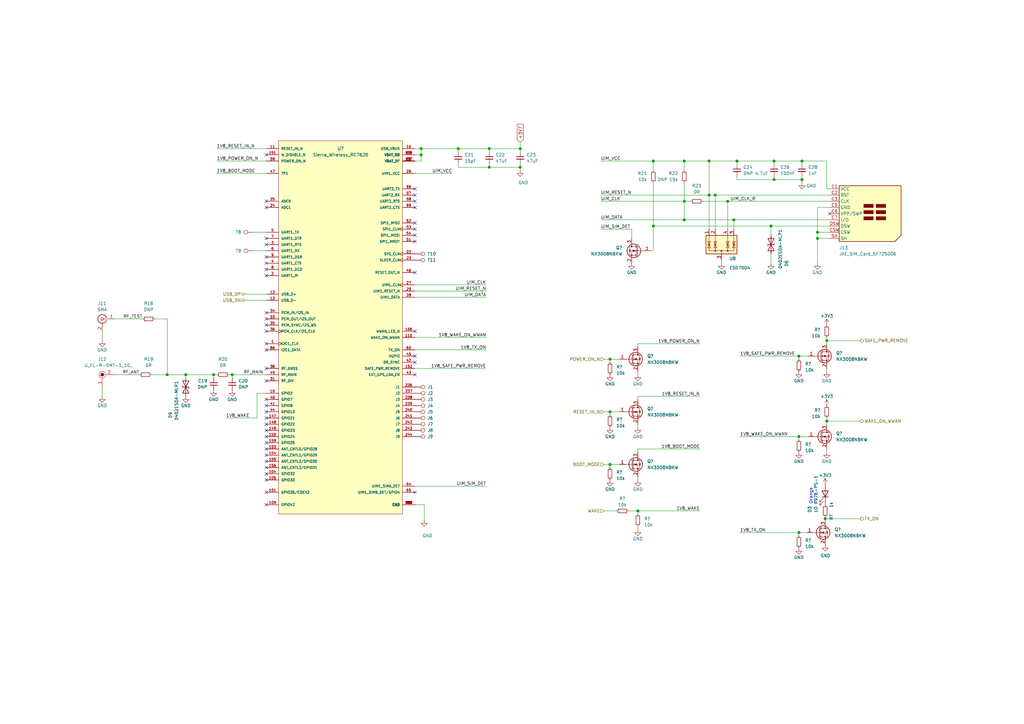
<source format=kicad_sch>
(kicad_sch (version 20210406) (generator eeschema)
  (paper "A3")
  (lib_symbols
    (symbol "Connector:Conn_Coaxial" (pin_names (offset 1.016) hide)
      (property "Reference" "J" (at 0.254 3.048 0))
      (property "Value" "Conn_Coaxial" (at 2.921 0 90))
      (symbol "Conn_Coaxial_1_1"
        (pin passive line (at -5.08 0 0) (length 2.54) (name "In") (number "1"))
        (pin passive line (at 0 -5.08 90) (length 2.54) (name "Ext") (number "2"))
      )
    )
    (symbol "Connector:JAE_SIM_Card_SF72S006"
      (property "Reference" "J" (at 5.08 12.7 0))
      (property "Value" "JAE_SIM_Card_SF72S006" (at 30.48 12.7 0))
      (symbol "JAE_SIM_Card_SF72S006_1_1"
        (pin power_in line (at 0 10.16 0) (length 3.81) (name "VCC") (number "C1"))
        (pin input line (at 0 7.62 0) (length 3.81) (name "RST") (number "C2"))
        (pin input line (at 0 5.08 0) (length 3.81) (name "CLK") (number "C3"))
        (pin power_in line (at 0 2.54 0) (length 3.81) (name "GND") (number "C5"))
        (pin bidirectional line (at 0 0 0) (length 3.81) (name "VPP/SWP") (number "C6"))
        (pin bidirectional line (at 0 -2.54 0) (length 3.81) (name "I/O") (number "C7"))
        (pin passive line (at 0 -7.62 0) (length 3.81) (name "CSW") (number "CSW"))
        (pin passive line (at 0 -5.08 0) (length 3.81) (name "DSW") (number "DSW"))
        (pin passive line (at 0 -10.16 0) (length 3.81) (name "SH") (number "SH"))
      )
    )
    (symbol "Connector:TestPoint" (pin_numbers hide) (pin_names (offset 0.762) hide)
      (property "Reference" "TP" (at 0 6.858 0))
      (property "Value" "TestPoint" (at 0 5.08 0))
      (symbol "TestPoint_1_1"
        (pin passive line (at 0 0 90) (length 2.54) (name "1") (number "1"))
      )
    )
    (symbol "Device:C_Small" (pin_numbers hide) (pin_names (offset 0.254) hide)
      (property "Reference" "C" (at 0.254 1.778 0))
      (property "Value" "C_Small" (at 0.254 -2.032 0))
      (symbol "C_Small_1_1"
        (pin passive line (at 0 2.54 270) (length 2.032) (name "~") (number "1"))
        (pin passive line (at 0 -2.54 90) (length 2.032) (name "~") (number "2"))
      )
    )
    (symbol "Device:D_TVS" (pin_numbers hide) (pin_names (offset 1.016) hide)
      (property "Reference" "D" (at 0 2.54 0))
      (property "Value" "D_TVS" (at 0 -2.54 0))
      (symbol "D_TVS_1_1"
        (pin passive line (at -3.81 0 0) (length 2.54) (name "A1") (number "1"))
        (pin passive line (at 3.81 0 180) (length 2.54) (name "A2") (number "2"))
      )
    )
    (symbol "Device:LED" (pin_numbers hide) (pin_names (offset 1.016) hide)
      (property "Reference" "D" (at 0 2.54 0))
      (property "Value" "LED" (at 0 -2.54 0))
      (symbol "LED_1_1"
        (pin passive line (at -3.81 0 0) (length 2.54) (name "K") (number "1"))
        (pin passive line (at 3.81 0 180) (length 2.54) (name "A") (number "2"))
      )
    )
    (symbol "Device:Q_NMOS_GSD" (pin_names (offset 0) hide)
      (property "Reference" "Q" (at 5.08 1.27 0))
      (property "Value" "Q_NMOS_GSD" (at 5.08 -1.27 0))
      (symbol "Q_NMOS_GSD_1_1"
        (pin input line (at -5.08 0 0) (length 2.54) (name "G") (number "1"))
        (pin passive line (at 2.54 -5.08 90) (length 2.54) (name "S") (number "2"))
        (pin passive line (at 2.54 5.08 270) (length 2.54) (name "D") (number "3"))
      )
    )
    (symbol "Device:R_Small" (pin_numbers hide) (pin_names (offset 0.254) hide)
      (property "Reference" "R" (at 0.762 0.508 0))
      (property "Value" "R_Small" (at 0.762 -1.016 0))
      (symbol "R_Small_1_1"
        (pin passive line (at 0 2.54 270) (length 0.762) (name "~") (number "1"))
        (pin passive line (at 0 -2.54 90) (length 0.762) (name "~") (number "2"))
      )
    )
    (symbol "Power_Protection:TPD4E02B04DQA" (pin_names hide)
      (property "Reference" "U" (at 7.62 3.81 0))
      (property "Value" "TPD4E02B04DQA" (at 7.62 1.905 0))
      (symbol "TPD4E02B04DQA_0_0"
        (pin passive line (at 0 -5.08 90) (length 2.54) (name "G") (number "3"))
      )
      (symbol "TPD4E02B04DQA_1_1"
        (pin passive line (at -5.08 7.62 270) (length 2.54) (name "IO1") (number "1"))
        (pin no_connect line (at -5.08 -2.54 90) (length 2.54) hide (name "NC") (number "10"))
        (pin passive line (at -2.54 7.62 270) (length 2.54) (name "IO2") (number "2"))
        (pin passive line (at 2.54 7.62 270) (length 2.54) (name "IO3") (number "4"))
        (pin passive line (at 5.08 7.62 270) (length 2.54) (name "IO4") (number "5"))
        (pin no_connect line (at 5.08 -2.54 90) (length 2.54) hide (name "NC") (number "6"))
        (pin no_connect line (at 2.54 -2.54 90) (length 2.54) hide (name "NC") (number "7"))
        (pin passive line (at 0 -5.08 90) (length 2.54) hide (name "G") (number "8"))
        (pin no_connect line (at -2.54 -2.54 90) (length 2.54) hide (name "NC") (number "9"))
      )
    )
    (symbol "dk_Coaxial-Connectors-RF:U_FL-R-SMT-1_10_" (pin_names (offset 1.016))
      (property "Reference" "J" (at -1.27 1.27 0))
      (property "Value" "U_FL-R-SMT-1_10_" (at 1.27 -2.54 0))
      (symbol "U_FL-R-SMT-1_10__1_1"
        (pin passive line (at 0 -5.08 90) (length 3.683) (name "~") (number "1"))
        (pin passive line (at 5.08 0 180) (length 4.445) (name "~") (number "2"))
      )
    )
    (symbol "j_RF_Module:Sierra_Wireless_RC7620" (pin_names (offset 1.016))
      (property "Reference" "U" (at -25.4508 86.5378 0))
      (property "Value" "Sierra_Wireless_RC7620" (at -24.765 -69.85 0))
      (symbol "Sierra_Wireless_RC7620_0_0"
        (pin bidirectional clock (at -30.48 2.54 0) (length 5.08) (name "I2C1_CLK") (number "1"))
        (pin bidirectional line (at -30.48 -17.78 0) (length 5.08) (name "GPIO2") (number "10"))
        (pin bidirectional line (at -30.48 -58.42 0) (length 5.08) (name "GPIO35/COEX2") (number "101"))
        (pin bidirectional line (at -30.48 -50.8 0) (length 5.08) (name "GPIO32") (number "104"))
        (pin bidirectional line (at -30.48 -53.34 0) (length 5.08) (name "GPIO33") (number "105"))
        (pin output line (at 30.48 7.62 180) (length 5.08) (name "WWAN_LED_N") (number "106"))
        (pin bidirectional line (at -30.48 -63.5 0) (length 5.08) (name "GPIO42") (number "109"))
        (pin input line (at -30.48 82.55 0) (length 5.08) (name "RESET_IN_N") (number "11"))
        (pin output line (at 30.48 5.08 180) (length 5.08) (name "WAKE_ON_WWAN") (number "110"))
        (pin power_in line (at 30.48 -63.5 180) (length 5.08) (name "GND") (number "111"))
        (pin power_in line (at 30.48 -63.5 180) (length 5.08) (name "GND") (number "113"))
        (pin bidirectional line (at -30.48 20.32 0) (length 5.08) (name "USB_D-") (number "12"))
        (pin power_in line (at 30.48 -63.5 180) (length 5.08) (name "GND") (number "125"))
        (pin power_in line (at 30.48 -63.5 180) (length 5.08) (name "GND") (number "128"))
        (pin bidirectional line (at -30.48 22.86 0) (length 5.08) (name "USB_D+") (number "13"))
        (pin power_in line (at 30.48 -63.5 180) (length 5.08) (name "GND") (number "136"))
        (pin power_in line (at 30.48 -63.5 180) (length 5.08) (name "GND") (number "139"))
        (pin bidirectional line (at -30.48 -27.94 0) (length 5.08) (name "GPIO21") (number "147"))
        (pin bidirectional line (at -30.48 -30.48 0) (length 5.08) (name "GPIO22") (number "148"))
        (pin bidirectional line (at -30.48 -33.02 0) (length 5.08) (name "GPIO23") (number "149"))
        (pin bidirectional line (at -30.48 -35.56 0) (length 5.08) (name "GPIO24") (number "150"))
        (pin input line (at -30.48 80.01 0) (length 5.08) (name "W_DISABLE_N") (number "151"))
        (pin output line (at 30.48 -7.62 180) (length 5.08) (name "SAFE_PWR_REMOVE") (number "152"))
        (pin bidirectional line (at -30.48 -40.64 0) (length 5.08) (name "ANT_CNTL0/GPIO28") (number "153"))
        (pin bidirectional line (at -30.48 -43.18 0) (length 5.08) (name "ANT_CNTL1/GPIO29") (number "154"))
        (pin bidirectional line (at -30.48 -45.72 0) (length 5.08) (name "ANT_CNTL2/GPIO30") (number "155"))
        (pin bidirectional line (at -30.48 -48.26 0) (length 5.08) (name "ANT_CNTL3/GPIO31") (number "156"))
        (pin power_in line (at 30.48 77.47 180) (length 5.08) (name "VBAT_RF") (number "157"))
        (pin power_in line (at 30.48 80.01 180) (length 5.08) (name "VBAT_BB") (number "158"))
        (pin bidirectional line (at -30.48 -38.1 0) (length 5.08) (name "GPIO25") (number "159"))
        (pin power_in line (at 30.48 82.55 180) (length 5.08) (name "USB_VBUS") (number "16"))
        (pin power_in line (at 30.48 -63.5 180) (length 5.08) (name "GND") (number "167"))
        (pin power_in line (at 30.48 -63.5 180) (length 5.08) (name "GND") (number "168"))
        (pin power_in line (at 30.48 -63.5 180) (length 5.08) (name "GND") (number "169"))
        (pin power_in line (at 30.48 -63.5 180) (length 5.08) (name "GND") (number "170"))
        (pin power_in line (at 30.48 -63.5 180) (length 5.08) (name "GND") (number "171"))
        (pin power_in line (at 30.48 -63.5 180) (length 5.08) (name "GND") (number "172"))
        (pin power_in line (at 30.48 -63.5 180) (length 5.08) (name "GND") (number "173"))
        (pin power_in line (at 30.48 -63.5 180) (length 5.08) (name "GND") (number "174"))
        (pin power_in line (at 30.48 -63.5 180) (length 5.08) (name "GND") (number "175"))
        (pin power_in line (at 30.48 -63.5 180) (length 5.08) (name "GND") (number "176"))
        (pin power_in line (at 30.48 -63.5 180) (length 5.08) (name "GND") (number "177"))
        (pin power_in line (at 30.48 -63.5 180) (length 5.08) (name "GND") (number "178"))
        (pin power_in line (at 30.48 -63.5 180) (length 5.08) (name "GND") (number "179"))
        (pin power_in line (at 30.48 -63.5 180) (length 5.08) (name "GND") (number "180"))
        (pin power_in line (at 30.48 -63.5 180) (length 5.08) (name "GND") (number "181"))
        (pin power_in line (at 30.48 -63.5 180) (length 5.08) (name "GND") (number "182"))
        (pin power_in line (at 30.48 -63.5 180) (length 5.08) (name "GND") (number "183"))
        (pin power_in line (at 30.48 -63.5 180) (length 5.08) (name "GND") (number "184"))
        (pin power_in line (at 30.48 -63.5 180) (length 5.08) (name "GND") (number "185"))
        (pin power_in line (at 30.48 -63.5 180) (length 5.08) (name "GND") (number "186"))
        (pin power_in line (at 30.48 -63.5 180) (length 5.08) (name "GND") (number "187"))
        (pin power_in line (at 30.48 -63.5 180) (length 5.08) (name "GND") (number "188"))
        (pin power_in line (at 30.48 -63.5 180) (length 5.08) (name "GND") (number "189"))
        (pin power_in line (at 30.48 -63.5 180) (length 5.08) (name "GND") (number "190"))
        (pin power_in line (at 30.48 -63.5 180) (length 5.08) (name "GND") (number "191"))
        (pin power_in line (at 30.48 -63.5 180) (length 5.08) (name "GND") (number "192"))
        (pin power_in line (at 30.48 -63.5 180) (length 5.08) (name "GND") (number "193"))
        (pin power_in line (at 30.48 -63.5 180) (length 5.08) (name "GND") (number "194"))
        (pin power_in line (at 30.48 -63.5 180) (length 5.08) (name "GND") (number "195"))
        (pin power_in line (at 30.48 -63.5 180) (length 5.08) (name "GND") (number "196"))
        (pin power_in line (at 30.48 -63.5 180) (length 5.08) (name "GND") (number "197"))
        (pin power_in line (at 30.48 -63.5 180) (length 5.08) (name "GND") (number "198"))
        (pin power_in line (at 30.48 -63.5 180) (length 5.08) (name "GND") (number "199"))
        (pin output line (at -30.48 30.48 0) (length 5.08) (name "UART1_RI") (number "2"))
        (pin power_in line (at 30.48 -63.5 180) (length 5.08) (name "GND") (number "200"))
        (pin power_in line (at 30.48 -63.5 180) (length 5.08) (name "GND") (number "201"))
        (pin power_in line (at 30.48 -63.5 180) (length 5.08) (name "GND") (number "202"))
        (pin power_in line (at 30.48 -63.5 180) (length 5.08) (name "GND") (number "203"))
        (pin power_in line (at 30.48 -63.5 180) (length 5.08) (name "GND") (number "204"))
        (pin power_in line (at 30.48 -63.5 180) (length 5.08) (name "GND") (number "205"))
        (pin power_in line (at 30.48 -63.5 180) (length 5.08) (name "GND") (number "206"))
        (pin power_in line (at 30.48 -63.5 180) (length 5.08) (name "GND") (number "207"))
        (pin power_in line (at 30.48 -63.5 180) (length 5.08) (name "GND") (number "208"))
        (pin power_in line (at 30.48 -63.5 180) (length 5.08) (name "GND") (number "209"))
        (pin power_in line (at 30.48 -63.5 180) (length 5.08) (name "GND") (number "210"))
        (pin power_in line (at 30.48 -63.5 180) (length 5.08) (name "GND") (number "211"))
        (pin power_in line (at 30.48 -63.5 180) (length 5.08) (name "GND") (number "212"))
        (pin power_in line (at 30.48 -63.5 180) (length 5.08) (name "GND") (number "213"))
        (pin power_in line (at 30.48 -63.5 180) (length 5.08) (name "GND") (number "214"))
        (pin power_in line (at 30.48 -63.5 180) (length 5.08) (name "GND") (number "215"))
        (pin power_in line (at 30.48 -63.5 180) (length 5.08) (name "GND") (number "216"))
        (pin power_in line (at 30.48 -63.5 180) (length 5.08) (name "GND") (number "217"))
        (pin power_in line (at 30.48 -63.5 180) (length 5.08) (name "GND") (number "218"))
        (pin power_in line (at 30.48 -63.5 180) (length 5.08) (name "GND") (number "219"))
        (pin output clock (at 30.48 39.37 180) (length 5.08) (name "SYS_CLK") (number "22"))
        (pin power_in line (at 30.48 -63.5 180) (length 5.08) (name "GND") (number "220"))
        (pin power_in line (at 30.48 -63.5 180) (length 5.08) (name "GND") (number "221"))
        (pin power_in line (at 30.48 -63.5 180) (length 5.08) (name "GND") (number "222"))
        (pin power_in line (at 30.48 -63.5 180) (length 5.08) (name "GND") (number "223"))
        (pin power_in line (at 30.48 -63.5 180) (length 5.08) (name "GND") (number "224"))
        (pin power_in line (at 30.48 -63.5 180) (length 5.08) (name "GND") (number "225"))
        (pin power_in line (at 30.48 -63.5 180) (length 5.08) (name "GND") (number "226"))
        (pin power_in line (at 30.48 -63.5 180) (length 5.08) (name "GND") (number "227"))
        (pin power_in line (at 30.48 -63.5 180) (length 5.08) (name "GND") (number "228"))
        (pin power_in line (at 30.48 -63.5 180) (length 5.08) (name "GND") (number "229"))
        (pin output clock (at 30.48 36.83 180) (length 5.08) (name "SLEEP_CLK") (number "23"))
        (pin power_in line (at 30.48 -63.5 180) (length 5.08) (name "GND") (number "230"))
        (pin power_in line (at 30.48 -63.5 180) (length 5.08) (name "GND") (number "231"))
        (pin power_in line (at 30.48 -63.5 180) (length 5.08) (name "GND") (number "232"))
        (pin power_in line (at 30.48 -63.5 180) (length 5.08) (name "GND") (number "233"))
        (pin power_in line (at 30.48 -63.5 180) (length 5.08) (name "GND") (number "234"))
        (pin bidirectional line (at 30.48 -15.24 180) (length 5.08) (name "J1") (number "236"))
        (pin bidirectional line (at 30.48 -17.78 180) (length 5.08) (name "J2") (number "237"))
        (pin bidirectional line (at 30.48 -20.32 180) (length 5.08) (name "J3") (number "238"))
        (pin bidirectional line (at 30.48 -22.86 180) (length 5.08) (name "J4") (number "239"))
        (pin input line (at -30.48 58.42 0) (length 5.08) (name "ADC1") (number "24"))
        (pin bidirectional line (at 30.48 -25.4 180) (length 5.08) (name "J5") (number "240"))
        (pin bidirectional line (at 30.48 -27.94 180) (length 5.08) (name "J6") (number "241"))
        (pin bidirectional line (at 30.48 -30.48 180) (length 5.08) (name "J7") (number "242"))
        (pin bidirectional line (at 30.48 -33.02 180) (length 5.08) (name "J8") (number "243"))
        (pin bidirectional line (at 30.48 -35.56 180) (length 5.08) (name "J9") (number "244"))
        (pin input line (at -30.48 60.96 0) (length 5.08) (name "ADC0") (number "25"))
        (pin power_out line (at 30.48 72.39 180) (length 5.08) (name "UIM1_VCC") (number "26"))
        (pin output clock (at 30.48 26.67 180) (length 5.08) (name "UIM1_CLK") (number "27"))
        (pin bidirectional line (at 30.48 21.59 180) (length 5.08) (name "UIM1_DATA") (number "28"))
        (pin output line (at 30.48 24.13 180) (length 5.08) (name "UIM1_RESET_N") (number "29"))
        (pin input line (at -30.48 43.18 0) (length 5.08) (name "UART1_RTS") (number "3"))
        (pin power_in line (at 30.48 -63.5 180) (length 5.08) (name "GND") (number "30"))
        (pin bidirectional line (at -30.48 -12.7 0) (length 5.08) (name "RF_DIV") (number "31"))
        (pin power_in line (at 30.48 -63.5 180) (length 5.08) (name "GND") (number "32"))
        (pin output line (at -30.48 12.7 0) (length 5.08) (name "PCM_OUT/I2S_OUT") (number "33"))
        (pin input line (at -30.48 15.24 0) (length 5.08) (name "PCM_IN/I2S_IN") (number "34"))
        (pin bidirectional line (at -30.48 10.16 0) (length 5.08) (name "PCM_SYNC/I2S_WS") (number "35"))
        (pin bidirectional clock (at -30.48 7.62 0) (length 5.08) (name "PCM_CLK/I2S_CLK") (number "36"))
        (pin power_in line (at 30.48 -63.5 180) (length 5.08) (name "GND") (number "37"))
        (pin input line (at -30.48 -7.62 0) (length 5.08) (name "RF_GNSS") (number "38"))
        (pin power_in line (at 30.48 -63.5 180) (length 5.08) (name "GND") (number "39"))
        (pin output line (at -30.48 35.56 0) (length 5.08) (name "UART1_CTS") (number "4"))
        (pin bidirectional line (at -30.48 -20.32 0) (length 5.08) (name "GPIO7") (number "40"))
        (pin bidirectional line (at -30.48 -22.86 0) (length 5.08) (name "GPIO8") (number "41"))
        (pin output line (at 30.48 -5.08 180) (length 5.08) (name "DR_SYNC") (number "42"))
        (pin bidirectional line (at -30.48 -25.4 0) (length 5.08) (name "GPIO13") (number "44"))
        (pin output line (at 30.48 -2.54 180) (length 5.08) (name "VGPIO") (number "45"))
        (pin output line (at 30.48 31.75 180) (length 5.08) (name "RESET_OUT_N") (number "46"))
        (pin input line (at -30.48 72.39 0) (length 5.08) (name "TP1") (number "47"))
        (pin power_in line (at 30.48 -63.5 180) (length 5.08) (name "GND") (number "48"))
        (pin bidirectional line (at -30.48 -10.16 0) (length 5.08) (name "RF_MAIN") (number "49"))
        (pin input line (at -30.48 48.26 0) (length 5.08) (name "UART1_TX") (number "5"))
        (pin power_in line (at 30.48 -63.5 180) (length 5.08) (name "GND") (number "50"))
        (pin output line (at 30.48 44.45 180) (length 5.08) (name "SPI1_MRDY") (number "51"))
        (pin input line (at 30.48 52.07 180) (length 5.08) (name "SPI1_MISO") (number "52"))
        (pin output clock (at 30.48 49.53 180) (length 5.08) (name "SPI1_CLK") (number "53"))
        (pin output line (at 30.48 46.99 180) (length 5.08) (name "SPI1_MOSI") (number "54"))
        (pin input line (at -30.48 77.47 0) (length 5.08) (name "POWER_ON_N") (number "59"))
        (pin output line (at -30.48 40.64 0) (length 5.08) (name "UART1_RX") (number "6"))
        (pin output line (at 30.48 0 180) (length 5.08) (name "TX_ON") (number "60"))
        (pin power_in line (at 30.48 77.47 180) (length 5.08) (name "VBAT_RF") (number "61"))
        (pin power_in line (at 30.48 77.47 180) (length 5.08) (name "VBAT_RF") (number "62"))
        (pin power_in line (at 30.48 80.01 180) (length 5.08) (name "VBAT_BB") (number "63"))
        (pin input line (at 30.48 -55.88 180) (length 5.08) (name "UIM1_SIMA_DET") (number "64"))
        (pin bidirectional line (at 30.48 -58.42 180) (length 5.08) (name "UIM1_SIMB_DET/GPIO4") (number "65"))
        (pin bidirectional line (at -30.48 0 0) (length 5.08) (name "I2C1_DATA") (number "66"))
        (pin power_in line (at 30.48 -63.5 180) (length 5.08) (name "GND") (number "67"))
        (pin power_in line (at 30.48 -63.5 180) (length 5.08) (name "GND") (number "68"))
        (pin power_in line (at 30.48 -63.5 180) (length 5.08) (name "GND") (number "69"))
        (pin input line (at -30.48 45.72 0) (length 5.08) (name "UART1_DTR") (number "7"))
        (pin power_in line (at 30.48 -63.5 180) (length 5.08) (name "GND") (number "70"))
        (pin output line (at -30.48 33.02 0) (length 5.08) (name "UART1_DCD") (number "8"))
        (pin output line (at -30.48 38.1 0) (length 5.08) (name "UART1_DSR") (number "9"))
        (pin input line (at 30.48 66.04 180) (length 5.08) (name "UART2_TX") (number "96"))
        (pin output line (at 30.48 63.5 180) (length 5.08) (name "UART2_RX") (number "97"))
        (pin input line (at 30.48 60.96 180) (length 5.08) (name "UART2_RTS") (number "98"))
        (pin output line (at 30.48 58.42 180) (length 5.08) (name "UART2_CTS") (number "99"))
      )
      (symbol "Sierra_Wireless_RC7620_1_1"
        (pin output line (at 30.48 -10.16 180) (length 5.08) (name "EXT_GPS_LNA_EN") (number "43"))
      )
    )
    (symbol "power:+3V3" (power) (pin_names (offset 0))
      (property "Value" "+3V3" (at 0 3.556 0))
      (symbol "+3V3_1_1"
        (pin power_in line (at 0 0 90) (length 0) hide (name "+3V3") (number "1"))
      )
    )
    (symbol "power:GND" (power) (pin_names (offset 0))
      (property "Value" "GND" (at 0 -3.81 0))
      (symbol "GND_1_1"
        (pin power_in line (at 0 0 270) (length 0) hide (name "GND") (number "1"))
      )
    )
  )
  (junction (at 68.58 153.67) (diameter 1.016))
  (junction (at 76.2 153.67) (diameter 1.016))
  (junction (at 87.63 153.67) (diameter 1.016))
  (junction (at 95.25 153.67) (diameter 1.016))
  (junction (at 172.72 60.96) (diameter 1.016))
  (junction (at 172.72 63.5) (diameter 1.016))
  (junction (at 187.96 60.96) (diameter 1.016))
  (junction (at 200.66 60.96) (diameter 1.016))
  (junction (at 200.66 68.58) (diameter 1.016))
  (junction (at 213.36 60.96) (diameter 1.016))
  (junction (at 213.36 68.58) (diameter 1.016))
  (junction (at 250.19 147.32) (diameter 1.016))
  (junction (at 250.19 168.91) (diameter 1.016))
  (junction (at 250.19 190.5) (diameter 1.016))
  (junction (at 261.62 209.55) (diameter 1.016))
  (junction (at 267.97 66.04) (diameter 1.016))
  (junction (at 267.97 92.71) (diameter 1.016))
  (junction (at 280.67 66.04) (diameter 1.016))
  (junction (at 280.67 82.55) (diameter 1.016))
  (junction (at 280.67 90.17) (diameter 1.016))
  (junction (at 290.83 66.04) (diameter 1.016))
  (junction (at 290.83 80.01) (diameter 1.016))
  (junction (at 293.37 80.01) (diameter 1.016))
  (junction (at 298.45 82.55) (diameter 1.016))
  (junction (at 300.99 90.17) (diameter 1.016))
  (junction (at 302.26 66.04) (diameter 1.016))
  (junction (at 316.23 92.71) (diameter 1.016))
  (junction (at 317.5 66.04) (diameter 1.016))
  (junction (at 317.5 73.66) (diameter 1.016))
  (junction (at 327.66 146.05) (diameter 1.016))
  (junction (at 327.66 179.07) (diameter 1.016))
  (junction (at 327.66 218.44) (diameter 1.016))
  (junction (at 328.93 66.04) (diameter 1.016))
  (junction (at 328.93 73.66) (diameter 1.016))
  (junction (at 335.28 95.25) (diameter 1.016))
  (junction (at 335.28 97.79) (diameter 1.016))
  (junction (at 338.455 212.725) (diameter 1.016))
  (junction (at 339.09 139.7) (diameter 1.016))
  (junction (at 339.09 172.72) (diameter 1.016))
  (no_connect (at 109.22 63.5))
  (no_connect (at 109.22 82.55))
  (no_connect (at 109.22 85.09))
  (no_connect (at 109.22 97.79))
  (no_connect (at 109.22 100.33))
  (no_connect (at 109.22 105.41))
  (no_connect (at 109.22 107.95))
  (no_connect (at 109.22 110.49))
  (no_connect (at 109.22 113.03))
  (no_connect (at 109.22 128.27))
  (no_connect (at 109.22 130.81))
  (no_connect (at 109.22 133.35))
  (no_connect (at 109.22 135.89))
  (no_connect (at 109.22 140.97))
  (no_connect (at 109.22 143.51))
  (no_connect (at 109.22 151.13))
  (no_connect (at 109.22 156.21))
  (no_connect (at 109.22 163.83))
  (no_connect (at 109.22 166.37))
  (no_connect (at 109.22 168.91))
  (no_connect (at 109.22 171.45))
  (no_connect (at 109.22 173.99))
  (no_connect (at 109.22 176.53))
  (no_connect (at 109.22 179.07))
  (no_connect (at 109.22 181.61))
  (no_connect (at 109.22 184.15))
  (no_connect (at 109.22 186.69))
  (no_connect (at 109.22 189.23))
  (no_connect (at 109.22 191.77))
  (no_connect (at 109.22 194.31))
  (no_connect (at 109.22 196.85))
  (no_connect (at 109.22 201.93))
  (no_connect (at 109.22 207.01))
  (no_connect (at 170.18 77.47))
  (no_connect (at 170.18 80.01))
  (no_connect (at 170.18 82.55))
  (no_connect (at 170.18 85.09))
  (no_connect (at 170.18 91.44))
  (no_connect (at 170.18 93.98))
  (no_connect (at 170.18 96.52))
  (no_connect (at 170.18 99.06))
  (no_connect (at 170.18 111.76))
  (no_connect (at 170.18 135.89))
  (no_connect (at 170.18 146.05))
  (no_connect (at 170.18 148.59))
  (no_connect (at 170.18 153.67))
  (no_connect (at 170.18 201.93))
  (no_connect (at 340.36 87.63))
  (wire (pts (xy 41.91 135.89) (xy 41.91 139.7)))
  (wire (pts (xy 41.91 158.75) (xy 41.91 162.56)))
  (wire (pts (xy 46.99 130.81) (xy 58.42 130.81)))
  (wire (pts (xy 46.99 153.67) (xy 57.15 153.67)))
  (wire (pts (xy 62.23 153.67) (xy 68.58 153.67)))
  (wire (pts (xy 68.58 130.81) (xy 63.5 130.81)))
  (wire (pts (xy 68.58 153.67) (xy 68.58 130.81)))
  (wire (pts (xy 68.58 153.67) (xy 76.2 153.67)))
  (wire (pts (xy 76.2 153.67) (xy 76.2 154.94)))
  (wire (pts (xy 76.2 153.67) (xy 87.63 153.67)))
  (wire (pts (xy 87.63 153.67) (xy 87.63 154.94)))
  (wire (pts (xy 87.63 153.67) (xy 88.9 153.67)))
  (wire (pts (xy 88.9 60.96) (xy 109.22 60.96)))
  (wire (pts (xy 88.9 66.04) (xy 109.22 66.04)))
  (wire (pts (xy 88.9 71.12) (xy 109.22 71.12)))
  (wire (pts (xy 92.71 171.45) (xy 105.41 171.45)))
  (wire (pts (xy 93.98 153.67) (xy 95.25 153.67)))
  (wire (pts (xy 95.25 153.67) (xy 95.25 154.94)))
  (wire (pts (xy 95.25 153.67) (xy 109.22 153.67)))
  (wire (pts (xy 100.33 120.65) (xy 109.22 120.65)))
  (wire (pts (xy 100.33 123.19) (xy 109.22 123.19)))
  (wire (pts (xy 104.14 102.87) (xy 109.22 102.87)))
  (wire (pts (xy 105.41 161.29) (xy 109.22 161.29)))
  (wire (pts (xy 105.41 171.45) (xy 105.41 161.29)))
  (wire (pts (xy 109.22 95.25) (xy 104.14 95.25)))
  (wire (pts (xy 170.18 60.96) (xy 172.72 60.96)))
  (wire (pts (xy 170.18 66.04) (xy 172.72 66.04)))
  (wire (pts (xy 170.18 71.12) (xy 185.42 71.12)))
  (wire (pts (xy 170.18 116.84) (xy 199.39 116.84)))
  (wire (pts (xy 170.18 119.38) (xy 199.39 119.38)))
  (wire (pts (xy 170.18 121.92) (xy 199.39 121.92)))
  (wire (pts (xy 170.18 138.43) (xy 199.39 138.43)))
  (wire (pts (xy 170.18 143.51) (xy 199.39 143.51)))
  (wire (pts (xy 170.18 151.13) (xy 199.39 151.13)))
  (wire (pts (xy 170.18 199.39) (xy 199.39 199.39)))
  (wire (pts (xy 170.18 207.01) (xy 173.99 207.01)))
  (wire (pts (xy 172.72 60.96) (xy 172.72 63.5)))
  (wire (pts (xy 172.72 60.96) (xy 187.96 60.96)))
  (wire (pts (xy 172.72 63.5) (xy 170.18 63.5)))
  (wire (pts (xy 172.72 63.5) (xy 172.72 66.04)))
  (wire (pts (xy 173.99 207.01) (xy 173.99 213.36)))
  (wire (pts (xy 187.96 60.96) (xy 187.96 62.23)))
  (wire (pts (xy 187.96 60.96) (xy 200.66 60.96)))
  (wire (pts (xy 187.96 68.58) (xy 187.96 67.31)))
  (wire (pts (xy 200.66 60.96) (xy 200.66 62.23)))
  (wire (pts (xy 200.66 60.96) (xy 213.36 60.96)))
  (wire (pts (xy 200.66 67.31) (xy 200.66 68.58)))
  (wire (pts (xy 200.66 68.58) (xy 187.96 68.58)))
  (wire (pts (xy 200.66 68.58) (xy 213.36 68.58)))
  (wire (pts (xy 213.36 58.42) (xy 213.36 60.96)))
  (wire (pts (xy 213.36 62.23) (xy 213.36 60.96)))
  (wire (pts (xy 213.36 68.58) (xy 213.36 67.31)))
  (wire (pts (xy 213.36 68.58) (xy 213.36 69.85)))
  (wire (pts (xy 246.38 66.04) (xy 267.97 66.04)))
  (wire (pts (xy 246.38 80.01) (xy 290.83 80.01)))
  (wire (pts (xy 246.38 82.55) (xy 280.67 82.55)))
  (wire (pts (xy 246.38 90.17) (xy 280.67 90.17)))
  (wire (pts (xy 246.38 93.98) (xy 259.08 93.98)))
  (wire (pts (xy 247.65 147.32) (xy 250.19 147.32)))
  (wire (pts (xy 247.65 168.91) (xy 250.19 168.91)))
  (wire (pts (xy 247.65 190.5) (xy 250.19 190.5)))
  (wire (pts (xy 247.65 209.55) (xy 252.73 209.55)))
  (wire (pts (xy 250.19 147.32) (xy 250.19 148.59)))
  (wire (pts (xy 250.19 147.32) (xy 254 147.32)))
  (wire (pts (xy 250.19 168.91) (xy 250.19 170.18)))
  (wire (pts (xy 250.19 168.91) (xy 254 168.91)))
  (wire (pts (xy 250.19 190.5) (xy 250.19 191.77)))
  (wire (pts (xy 250.19 190.5) (xy 254 190.5)))
  (wire (pts (xy 257.81 209.55) (xy 261.62 209.55)))
  (wire (pts (xy 259.08 93.98) (xy 259.08 97.79)))
  (wire (pts (xy 261.62 140.97) (xy 261.62 142.24)))
  (wire (pts (xy 261.62 153.67) (xy 261.62 152.4)))
  (wire (pts (xy 261.62 162.56) (xy 261.62 163.83)))
  (wire (pts (xy 261.62 175.26) (xy 261.62 173.99)))
  (wire (pts (xy 261.62 184.15) (xy 261.62 185.42)))
  (wire (pts (xy 261.62 196.85) (xy 261.62 195.58)))
  (wire (pts (xy 261.62 209.55) (xy 261.62 210.82)))
  (wire (pts (xy 261.62 209.55) (xy 287.02 209.55)))
  (wire (pts (xy 261.62 215.9) (xy 261.62 217.17)))
  (wire (pts (xy 267.97 66.04) (xy 267.97 69.85)))
  (wire (pts (xy 267.97 66.04) (xy 280.67 66.04)))
  (wire (pts (xy 267.97 74.93) (xy 267.97 92.71)))
  (wire (pts (xy 267.97 92.71) (xy 267.97 102.87)))
  (wire (pts (xy 267.97 92.71) (xy 316.23 92.71)))
  (wire (pts (xy 267.97 102.87) (xy 266.7 102.87)))
  (wire (pts (xy 280.67 66.04) (xy 280.67 69.85)))
  (wire (pts (xy 280.67 66.04) (xy 290.83 66.04)))
  (wire (pts (xy 280.67 74.93) (xy 280.67 82.55)))
  (wire (pts (xy 280.67 82.55) (xy 280.67 90.17)))
  (wire (pts (xy 280.67 82.55) (xy 283.21 82.55)))
  (wire (pts (xy 280.67 90.17) (xy 300.99 90.17)))
  (wire (pts (xy 287.02 140.97) (xy 261.62 140.97)))
  (wire (pts (xy 287.02 162.56) (xy 261.62 162.56)))
  (wire (pts (xy 287.02 184.15) (xy 261.62 184.15)))
  (wire (pts (xy 288.29 82.55) (xy 298.45 82.55)))
  (wire (pts (xy 290.83 66.04) (xy 290.83 80.01)))
  (wire (pts (xy 290.83 66.04) (xy 302.26 66.04)))
  (wire (pts (xy 290.83 80.01) (xy 290.83 93.98)))
  (wire (pts (xy 290.83 80.01) (xy 293.37 80.01)))
  (wire (pts (xy 293.37 80.01) (xy 293.37 93.98)))
  (wire (pts (xy 293.37 80.01) (xy 340.36 80.01)))
  (wire (pts (xy 295.91 107.95) (xy 295.91 106.68)))
  (wire (pts (xy 298.45 82.55) (xy 298.45 93.98)))
  (wire (pts (xy 298.45 82.55) (xy 340.36 82.55)))
  (wire (pts (xy 300.99 90.17) (xy 300.99 93.98)))
  (wire (pts (xy 300.99 90.17) (xy 340.36 90.17)))
  (wire (pts (xy 302.26 66.04) (xy 317.5 66.04)))
  (wire (pts (xy 302.26 67.31) (xy 302.26 66.04)))
  (wire (pts (xy 302.26 72.39) (xy 302.26 73.66)))
  (wire (pts (xy 302.26 73.66) (xy 317.5 73.66)))
  (wire (pts (xy 303.53 218.44) (xy 327.66 218.44)))
  (wire (pts (xy 316.23 92.71) (xy 316.23 96.52)))
  (wire (pts (xy 316.23 92.71) (xy 340.36 92.71)))
  (wire (pts (xy 316.23 104.14) (xy 316.23 107.95)))
  (wire (pts (xy 317.5 66.04) (xy 317.5 67.31)))
  (wire (pts (xy 317.5 66.04) (xy 328.93 66.04)))
  (wire (pts (xy 317.5 72.39) (xy 317.5 73.66)))
  (wire (pts (xy 317.5 73.66) (xy 328.93 73.66)))
  (wire (pts (xy 327.66 146.05) (xy 303.53 146.05)))
  (wire (pts (xy 327.66 146.05) (xy 327.66 147.32)))
  (wire (pts (xy 327.66 146.05) (xy 331.47 146.05)))
  (wire (pts (xy 327.66 179.07) (xy 303.53 179.07)))
  (wire (pts (xy 327.66 179.07) (xy 327.66 180.34)))
  (wire (pts (xy 327.66 179.07) (xy 331.47 179.07)))
  (wire (pts (xy 327.66 218.44) (xy 327.66 219.71)))
  (wire (pts (xy 327.66 218.44) (xy 330.835 218.44)))
  (wire (pts (xy 328.93 66.04) (xy 328.93 67.31)))
  (wire (pts (xy 328.93 73.66) (xy 328.93 72.39)))
  (wire (pts (xy 328.93 73.66) (xy 328.93 74.93)))
  (wire (pts (xy 335.28 85.09) (xy 335.28 95.25)))
  (wire (pts (xy 335.28 95.25) (xy 335.28 97.79)))
  (wire (pts (xy 335.28 97.79) (xy 335.28 107.95)))
  (wire (pts (xy 338.455 207.01) (xy 338.455 206.375)))
  (wire (pts (xy 338.455 212.09) (xy 338.455 212.725)))
  (wire (pts (xy 338.455 212.725) (xy 338.455 213.36)))
  (wire (pts (xy 338.455 212.725) (xy 353.06 212.725)))
  (wire (pts (xy 339.09 66.04) (xy 328.93 66.04)))
  (wire (pts (xy 339.09 77.47) (xy 339.09 66.04)))
  (wire (pts (xy 339.09 138.43) (xy 339.09 139.7)))
  (wire (pts (xy 339.09 139.7) (xy 339.09 140.97)))
  (wire (pts (xy 339.09 152.4) (xy 339.09 151.13)))
  (wire (pts (xy 339.09 171.45) (xy 339.09 172.72)))
  (wire (pts (xy 339.09 172.72) (xy 339.09 173.99)))
  (wire (pts (xy 339.09 185.42) (xy 339.09 184.15)))
  (wire (pts (xy 340.36 77.47) (xy 339.09 77.47)))
  (wire (pts (xy 340.36 85.09) (xy 335.28 85.09)))
  (wire (pts (xy 340.36 95.25) (xy 335.28 95.25)))
  (wire (pts (xy 340.36 97.79) (xy 335.28 97.79)))
  (wire (pts (xy 353.06 139.7) (xy 339.09 139.7)))
  (wire (pts (xy 353.06 172.72) (xy 339.09 172.72)))
  (text "Orange" (at 333.375 200.025 270) (effects (font (size 1.27 1.27)) (justify right bottom)))
  (label "RF_ANT" (at 57.15 153.67 180))
  (label "RF_TEST" (at 58.42 130.81 180))
  (label "1V8_RESET_IN_N" (at 88.9 60.96 0))
  (label "1V8_POWER_ON_N" (at 88.9 66.04 0))
  (label "1V8_BOOT_MODE" (at 88.9 71.12 0))
  (label "1V8_WAKE" (at 92.71 171.45 0))
  (label "RF_MAIN" (at 107.95 153.67 180))
  (label "UIM_VCC" (at 185.42 71.12 180))
  (label "UIM_CLK" (at 199.39 116.84 180))
  (label "UIM_RESET_N" (at 199.39 119.38 180))
  (label "UIM_DATA" (at 199.39 121.92 180))
  (label "1V8_WAKE_ON_WWAN" (at 199.39 138.43 180))
  (label "1V8_TX_ON" (at 199.39 143.51 180))
  (label "1V8_SAFE_PWR_REMOVE" (at 199.39 151.13 180))
  (label "UIM_SIM_DET" (at 199.39 199.39 180))
  (label "UIM_VCC" (at 246.38 66.04 0))
  (label "UIM_RESET_N" (at 246.38 80.01 0))
  (label "UIM_CLK" (at 246.38 82.55 0))
  (label "UIM_DATA" (at 246.38 90.17 0))
  (label "UIM_SIM_DET" (at 246.38 93.98 0))
  (label "1V8_POWER_ON_N" (at 287.02 140.97 180))
  (label "1V8_RESET_IN_N" (at 287.02 162.56 180))
  (label "1V8_BOOT_MODE" (at 287.02 184.15 180))
  (label "1V8_WAKE" (at 287.02 209.55 180))
  (label "1V8_SAFE_PWR_REMOVE" (at 303.53 146.05 0))
  (label "1V8_WAKE_ON_WWAN" (at 303.53 179.07 0))
  (label "1V8_TX_ON" (at 303.53 218.44 0))
  (label "UIM_CLK_R" (at 309.88 82.55 180))
  (global_label "+3V7" (shape input) (at 213.36 58.42 90) (property "Intersheet References" "${INTERSHEET_REFS}" (effects hide)))
  (hierarchical_label "USB_DP" (shape bidirectional) (at 100.33 120.65 180))
  (hierarchical_label "USB_DN" (shape bidirectional) (at 100.33 123.19 180))
  (hierarchical_label "POWER_ON_N" (shape input) (at 247.65 147.32 180))
  (hierarchical_label "RESET_IN_N" (shape input) (at 247.65 168.91 180))
  (hierarchical_label "BOOT_MODE" (shape input) (at 247.65 190.5 180))
  (hierarchical_label "WAKE" (shape input) (at 247.65 209.55 180))
  (hierarchical_label "SAFE_PWR_REMOVE" (shape output) (at 353.06 139.7 0))
  (hierarchical_label "WAKE_ON_WWAN" (shape output) (at 353.06 172.72 0))
  (hierarchical_label "TX_ON" (shape output) (at 353.06 212.725 0))
  (symbol (lib_id "power:+3V3") (at 338.455 198.755 0) (mirror y) (unit 1)
    (property "Reference" "#PWR?" (effects hide))
    (property "Value" "+3V3" (at 338.455 194.945 0))
  )
  (symbol (lib_id "power:+3V3") (at 339.09 133.35 0) (mirror y) (unit 1)
    (property "Reference" "#PWR?" (effects hide))
    (property "Value" "+3V3" (at 339.09 129.54 0))
  )
  (symbol (lib_id "power:+3V3") (at 339.09 166.37 0) (mirror y) (unit 1)
    (property "Reference" "#PWR?" (effects hide))
    (property "Value" "+3V3" (at 339.09 162.56 0))
  )
  (symbol (lib_id "Connector:TestPoint") (at 104.14 95.25 90) (mirror x) (unit 1)
    (property "Reference" "T8" (at 97.79 95.25 90))
    (property "Value" " " (at 102.87 91.44 90))
    (property "Footprint" "TestPoint:TestPoint_Pad_D1.0mm" (effects hide))
  )
  (symbol (lib_id "Connector:TestPoint") (at 104.14 102.87 90) (mirror x) (unit 1)
    (property "Reference" "T9" (at 97.79 102.87 90))
    (property "Value" " " (at 102.87 99.06 90))
    (property "Footprint" "TestPoint:TestPoint_Pad_D1.0mm" (effects hide))
  )
  (symbol (lib_id "Connector:TestPoint") (at 170.18 104.14 270) (unit 1)
    (property "Reference" "T10" (at 175.26 104.14 90) (effects (justify left)))
    (property "Value" " " (at 175.26 105.41 90) (effects (justify left)))
    (property "Footprint" "TestPoint:TestPoint_Pad_D1.0mm" (effects hide))
  )
  (symbol (lib_id "Connector:TestPoint") (at 170.18 106.68 270) (unit 1)
    (property "Reference" "T11" (at 175.26 106.68 90) (effects (justify left)))
    (property "Value" " " (at 175.26 107.95 90) (effects (justify left)))
    (property "Footprint" "TestPoint:TestPoint_Pad_D1.0mm" (effects hide))
  )
  (symbol (lib_id "Connector:TestPoint") (at 170.18 158.75 270) (unit 1)
    (property "Reference" "J1" (at 175.26 158.75 90) (effects (justify left)))
    (property "Value" " " (at 175.26 160.02 90) (effects (justify left)))
    (property "Footprint" "TestPoint:TestPoint_Pad_D1.0mm" (effects hide))
  )
  (symbol (lib_id "Connector:TestPoint") (at 170.18 161.29 270) (unit 1)
    (property "Reference" "J2" (at 175.26 161.29 90) (effects (justify left)))
    (property "Value" " " (at 175.26 162.56 90) (effects (justify left)))
    (property "Footprint" "TestPoint:TestPoint_Pad_D1.0mm" (effects hide))
  )
  (symbol (lib_id "Connector:TestPoint") (at 170.18 163.83 270) (unit 1)
    (property "Reference" "J3" (at 175.26 163.83 90) (effects (justify left)))
    (property "Value" " " (at 175.26 165.1 90) (effects (justify left)))
    (property "Footprint" "TestPoint:TestPoint_Pad_D1.0mm" (effects hide))
  )
  (symbol (lib_id "Connector:TestPoint") (at 170.18 166.37 270) (unit 1)
    (property "Reference" "J4" (at 175.26 166.37 90) (effects (justify left)))
    (property "Value" " " (at 175.26 167.64 90) (effects (justify left)))
    (property "Footprint" "TestPoint:TestPoint_Pad_D1.0mm" (effects hide))
  )
  (symbol (lib_id "Connector:TestPoint") (at 170.18 168.91 270) (unit 1)
    (property "Reference" "J5" (at 175.26 168.91 90) (effects (justify left)))
    (property "Value" " " (at 175.26 170.18 90) (effects (justify left)))
    (property "Footprint" "TestPoint:TestPoint_Pad_D1.0mm" (effects hide))
  )
  (symbol (lib_id "Connector:TestPoint") (at 170.18 171.45 270) (unit 1)
    (property "Reference" "J6" (at 175.26 171.45 90) (effects (justify left)))
    (property "Value" " " (at 175.26 172.72 90) (effects (justify left)))
    (property "Footprint" "TestPoint:TestPoint_Pad_D1.0mm" (effects hide))
  )
  (symbol (lib_id "Connector:TestPoint") (at 170.18 173.99 270) (unit 1)
    (property "Reference" "J7" (at 175.26 173.99 90) (effects (justify left)))
    (property "Value" " " (at 175.26 175.26 90) (effects (justify left)))
    (property "Footprint" "TestPoint:TestPoint_Pad_D1.0mm" (effects hide))
  )
  (symbol (lib_id "Connector:TestPoint") (at 170.18 176.53 270) (unit 1)
    (property "Reference" "J8" (at 175.26 176.53 90) (effects (justify left)))
    (property "Value" " " (at 175.26 177.8 90) (effects (justify left)))
    (property "Footprint" "TestPoint:TestPoint_Pad_D1.0mm" (effects hide))
  )
  (symbol (lib_id "Connector:TestPoint") (at 170.18 179.07 270) (unit 1)
    (property "Reference" "J9" (at 175.26 179.07 90) (effects (justify left)))
    (property "Value" " " (at 175.26 180.34 90) (effects (justify left)))
    (property "Footprint" "TestPoint:TestPoint_Pad_D1.0mm" (effects hide))
  )
  (symbol (lib_id "power:GND") (at 41.91 139.7 0) (unit 1)
    (property "Reference" "#PWR071" (effects hide))
    (property "Value" "GND" (at 41.91 143.51 0))
  )
  (symbol (lib_id "power:GND") (at 41.91 162.56 0) (unit 1)
    (property "Reference" "#PWR072" (effects hide))
    (property "Value" "GND" (at 41.91 166.37 0))
  )
  (symbol (lib_id "power:GND") (at 76.2 162.56 0) (unit 1)
    (property "Reference" "#PWR0121" (effects hide))
    (property "Value" "GND" (at 76.2 166.37 0))
  )
  (symbol (lib_id "power:GND") (at 87.63 160.02 0) (unit 1)
    (property "Reference" "#PWR073" (effects hide))
    (property "Value" "GND" (at 87.63 163.83 0))
  )
  (symbol (lib_id "power:GND") (at 95.25 160.02 0) (unit 1)
    (property "Reference" "#PWR074" (effects hide))
    (property "Value" "GND" (at 95.25 163.83 0))
  )
  (symbol (lib_id "power:GND") (at 173.99 213.36 0) (unit 1)
    (property "Reference" "#PWR075" (effects hide))
    (property "Value" "GND" (at 175.26 219.71 0))
  )
  (symbol (lib_id "power:GND") (at 213.36 69.85 0) (unit 1)
    (property "Reference" "#PWR076" (effects hide))
    (property "Value" "GND" (at 214.63 74.93 0))
  )
  (symbol (lib_id "power:GND") (at 250.19 153.67 0) (unit 1)
    (property "Reference" "#PWR?" (effects hide))
    (property "Value" "GND" (at 250.19 157.48 0))
  )
  (symbol (lib_id "power:GND") (at 250.19 175.26 0) (unit 1)
    (property "Reference" "#PWR?" (effects hide))
    (property "Value" "GND" (at 250.19 179.07 0))
  )
  (symbol (lib_id "power:GND") (at 250.19 196.85 0) (unit 1)
    (property "Reference" "#PWR?" (effects hide))
    (property "Value" "GND" (at 250.19 200.66 0))
  )
  (symbol (lib_id "power:GND") (at 259.08 107.95 0) (unit 1)
    (property "Reference" "#PWR?" (effects hide))
    (property "Value" "GND" (at 259.08 111.76 0))
  )
  (symbol (lib_id "power:GND") (at 261.62 153.67 0) (unit 1)
    (property "Reference" "#PWR?" (effects hide))
    (property "Value" "GND" (at 261.62 157.48 0))
  )
  (symbol (lib_id "power:GND") (at 261.62 175.26 0) (unit 1)
    (property "Reference" "#PWR?" (effects hide))
    (property "Value" "GND" (at 261.62 179.07 0))
  )
  (symbol (lib_id "power:GND") (at 261.62 196.85 0) (unit 1)
    (property "Reference" "#PWR?" (effects hide))
    (property "Value" "GND" (at 261.62 200.66 0))
  )
  (symbol (lib_id "power:GND") (at 261.62 217.17 0) (unit 1)
    (property "Reference" "#PWR?" (effects hide))
    (property "Value" "GND" (at 261.62 220.98 0))
  )
  (symbol (lib_id "power:GND") (at 295.91 107.95 0) (unit 1)
    (property "Reference" "#PWR077" (effects hide))
    (property "Value" "GND" (at 295.91 111.76 0))
  )
  (symbol (lib_id "power:GND") (at 316.23 107.95 0) (unit 1)
    (property "Reference" "#PWR082" (effects hide))
    (property "Value" "GND" (at 316.23 111.76 0))
  )
  (symbol (lib_id "power:GND") (at 327.66 152.4 0) (unit 1)
    (property "Reference" "#PWR?" (effects hide))
    (property "Value" "GND" (at 327.66 156.21 0))
  )
  (symbol (lib_id "power:GND") (at 327.66 185.42 0) (unit 1)
    (property "Reference" "#PWR?" (effects hide))
    (property "Value" "GND" (at 327.66 189.23 0))
  )
  (symbol (lib_id "power:GND") (at 327.66 224.79 0) (unit 1)
    (property "Reference" "#PWR?" (effects hide))
    (property "Value" "GND" (at 327.66 228.6 0))
  )
  (symbol (lib_id "power:GND") (at 328.93 74.93 0) (unit 1)
    (property "Reference" "#PWR084" (effects hide))
    (property "Value" "GND" (at 332.74 76.2 0))
  )
  (symbol (lib_id "power:GND") (at 335.28 107.95 0) (unit 1)
    (property "Reference" "#PWR085" (effects hide))
    (property "Value" "GND" (at 335.28 111.76 0))
  )
  (symbol (lib_id "power:GND") (at 338.455 223.52 0) (unit 1)
    (property "Reference" "#PWR?" (effects hide))
    (property "Value" "GND" (at 338.582 227.9142 0))
  )
  (symbol (lib_id "power:GND") (at 339.09 152.4 0) (unit 1)
    (property "Reference" "#PWR?" (effects hide))
    (property "Value" "GND" (at 339.09 156.21 0))
  )
  (symbol (lib_id "power:GND") (at 339.09 185.42 0) (unit 1)
    (property "Reference" "#PWR?" (effects hide))
    (property "Value" "GND" (at 339.09 189.23 0))
  )
  (symbol (lib_id "Device:R_Small") (at 59.69 153.67 90) (unit 1)
    (property "Reference" "R19" (at 60.96 147.32 90))
    (property "Value" "0R" (at 60.96 149.86 90))
    (property "Footprint" "Resistor_SMD:R_0402_1005Metric" (effects hide))
  )
  (symbol (lib_id "Device:R_Small") (at 60.96 130.81 90) (unit 1)
    (property "Reference" "R18" (at 60.96 124.46 90))
    (property "Value" "DNP" (at 60.96 127 90))
    (property "Footprint" "Resistor_SMD:R_0402_1005Metric" (effects hide))
  )
  (symbol (lib_id "Device:R_Small") (at 91.44 153.67 90) (unit 1)
    (property "Reference" "R20" (at 91.44 147.32 90))
    (property "Value" "0R" (at 91.44 149.86 90))
    (property "Footprint" "Resistor_SMD:R_0402_1005Metric" (effects hide))
  )
  (symbol (lib_id "Device:R_Small") (at 250.19 151.13 0) (unit 1)
    (property "Reference" "R?" (at 252.73 150.4949 0) (effects (justify left)))
    (property "Value" "10k" (at 252.73 153.0349 0) (effects (justify left)))
    (property "Footprint" "Resistor_SMD:R_0603_1608Metric" (effects hide))
  )
  (symbol (lib_id "Device:R_Small") (at 250.19 172.72 0) (unit 1)
    (property "Reference" "R?" (at 252.73 172.0849 0) (effects (justify left)))
    (property "Value" "10k" (at 252.73 174.6249 0) (effects (justify left)))
    (property "Footprint" "Resistor_SMD:R_0603_1608Metric" (effects hide))
  )
  (symbol (lib_id "Device:R_Small") (at 250.19 194.31 0) (unit 1)
    (property "Reference" "R?" (at 252.73 193.6749 0) (effects (justify left)))
    (property "Value" "10k" (at 252.73 196.2149 0) (effects (justify left)))
    (property "Footprint" "Resistor_SMD:R_0603_1608Metric" (effects hide))
  )
  (symbol (lib_id "Device:R_Small") (at 255.27 209.55 90) (unit 1)
    (property "Reference" "R?" (at 255.27 204.47 90))
    (property "Value" "10k" (at 255.27 207.01 90))
    (property "Footprint" "Resistor_SMD:R_0603_1608Metric" (effects hide))
  )
  (symbol (lib_id "Device:R_Small") (at 261.62 213.36 180) (unit 1)
    (property "Reference" "R?" (at 264.16 212.7249 0) (effects (justify right)))
    (property "Value" "10k" (at 264.16 215.2649 0) (effects (justify right)))
    (property "Footprint" "Resistor_SMD:R_0603_1608Metric" (effects hide))
  )
  (symbol (lib_id "Device:R_Small") (at 267.97 72.39 0) (mirror x) (unit 1)
    (property "Reference" "R21" (at 265.43 71.12 0) (effects (justify right)))
    (property "Value" "10k" (at 265.43 73.66 0) (effects (justify right)))
    (property "Footprint" "Resistor_SMD:R_0603_1608Metric" (effects hide))
  )
  (symbol (lib_id "Device:R_Small") (at 280.67 72.39 0) (mirror x) (unit 1)
    (property "Reference" "R22" (at 278.13 71.12 0) (effects (justify right)))
    (property "Value" "DNP 15k" (at 278.13 73.66 0) (effects (justify right)))
    (property "Footprint" "Resistor_SMD:R_0603_1608Metric" (effects hide))
  )
  (symbol (lib_id "Device:R_Small") (at 285.75 82.55 90) (mirror x) (unit 1)
    (property "Reference" "R23" (at 285.75 76.2 90))
    (property "Value" "0R" (at 285.75 78.74 90))
    (property "Footprint" "Resistor_SMD:R_0603_1608Metric" (effects hide))
  )
  (symbol (lib_id "Device:R_Small") (at 327.66 149.86 0) (unit 1)
    (property "Reference" "R?" (at 330.2 149.2249 0) (effects (justify left)))
    (property "Value" "10k" (at 330.2 151.7649 0) (effects (justify left)))
    (property "Footprint" "Resistor_SMD:R_0603_1608Metric" (effects hide))
  )
  (symbol (lib_id "Device:R_Small") (at 327.66 182.88 0) (unit 1)
    (property "Reference" "R?" (at 330.2 182.2449 0) (effects (justify left)))
    (property "Value" "10k" (at 330.2 184.7849 0) (effects (justify left)))
    (property "Footprint" "Resistor_SMD:R_0603_1608Metric" (effects hide))
  )
  (symbol (lib_id "Device:R_Small") (at 327.66 222.25 0) (unit 1)
    (property "Reference" "R?" (at 330.2 221.6149 0) (effects (justify left)))
    (property "Value" "10k" (at 330.2 224.1549 0) (effects (justify left)))
    (property "Footprint" "Resistor_SMD:R_0603_1608Metric" (effects hide))
  )
  (symbol (lib_id "Device:R_Small") (at 338.455 209.55 0) (unit 1)
    (property "Reference" "R?" (at 340.995 212.09 90))
    (property "Value" "1k" (at 340.995 207.01 90))
    (property "Footprint" "Resistor_SMD:R_0603_1608Metric" (effects hide))
  )
  (symbol (lib_id "Device:R_Small") (at 339.09 135.89 0) (mirror y) (unit 1)
    (property "Reference" "R?" (at 336.55 135.2549 0) (effects (justify left)))
    (property "Value" "10k" (at 336.55 137.7949 0) (effects (justify left)))
    (property "Footprint" "Resistor_SMD:R_0603_1608Metric" (effects hide))
  )
  (symbol (lib_id "Device:R_Small") (at 339.09 168.91 0) (mirror y) (unit 1)
    (property "Reference" "R?" (at 336.55 168.2749 0) (effects (justify left)))
    (property "Value" "10k" (at 336.55 170.8149 0) (effects (justify left)))
    (property "Footprint" "Resistor_SMD:R_0603_1608Metric" (effects hide))
  )
  (symbol (lib_id "Device:C_Small") (at 87.63 157.48 0) (mirror x) (unit 1)
    (property "Reference" "C19" (at 85.09 156.21 0) (effects (justify right)))
    (property "Value" "DNP" (at 85.09 158.75 0) (effects (justify right)))
    (property "Footprint" "Capacitor_SMD:C_0402_1005Metric" (effects hide))
  )
  (symbol (lib_id "Device:C_Small") (at 95.25 157.48 0) (unit 1)
    (property "Reference" "C20" (at 97.79 156.21 0) (effects (justify left)))
    (property "Value" "DNP" (at 97.79 158.75 0) (effects (justify left)))
    (property "Footprint" "Capacitor_SMD:C_0402_1005Metric" (effects hide))
  )
  (symbol (lib_id "Device:C_Small") (at 187.96 64.77 0) (unit 1)
    (property "Reference" "C21" (at 190.5 63.5 0) (effects (justify left)))
    (property "Value" "15pF" (at 190.5 66.04 0) (effects (justify left)))
    (property "Footprint" "Capacitor_SMD:C_0603_1608Metric" (effects hide))
  )
  (symbol (lib_id "Device:C_Small") (at 200.66 64.77 0) (unit 1)
    (property "Reference" "C22" (at 203.2 63.5 0) (effects (justify left)))
    (property "Value" "47uF" (at 203.2 66.04 0) (effects (justify left)))
    (property "Footprint" "Capacitor_SMD:C_0805_2012Metric" (effects hide))
  )
  (symbol (lib_id "Device:C_Small") (at 213.36 64.77 0) (unit 1)
    (property "Reference" "C23" (at 215.9 63.5 0) (effects (justify left)))
    (property "Value" "47uF" (at 215.9 66.04 0) (effects (justify left)))
    (property "Footprint" "Capacitor_SMD:C_0805_2012Metric" (effects hide))
  )
  (symbol (lib_id "Device:C_Small") (at 302.26 69.85 0) (unit 1)
    (property "Reference" "C24" (at 304.8 68.58 0) (effects (justify left)))
    (property "Value" "DNP 4.7uF" (at 304.8 71.12 0) (effects (justify left)))
    (property "Footprint" "Capacitor_SMD:C_0805_2012Metric" (effects hide))
  )
  (symbol (lib_id "Device:C_Small") (at 317.5 69.85 0) (unit 1)
    (property "Reference" "C26" (at 320.04 68.58 0) (effects (justify left)))
    (property "Value" "100nF" (at 320.04 71.12 0) (effects (justify left)))
    (property "Footprint" "Capacitor_SMD:C_0603_1608Metric" (effects hide))
  )
  (symbol (lib_id "Device:C_Small") (at 328.93 69.85 0) (unit 1)
    (property "Reference" "C28" (at 331.47 68.58 0) (effects (justify left)))
    (property "Value" "1nF" (at 331.47 71.12 0) (effects (justify left)))
    (property "Footprint" "Capacitor_SMD:C_0603_1608Metric" (effects hide))
  )
  (symbol (lib_id "Device:D_TVS") (at 76.2 158.75 90) (unit 1)
    (property "Reference" "D9" (at 69.85 168.91 0) (effects (justify right)))
    (property "Value" "0402ESDA-MLP1" (at 72.39 156.21 0) (effects (justify right)))
    (property "Footprint" "Diode_SMD:D_0402_1005Metric" (effects hide))
  )
  (symbol (lib_id "Device:D_TVS") (at 316.23 100.33 270) (mirror x) (unit 1)
    (property "Reference" "D6" (at 322.58 106.68 0) (effects (justify right)))
    (property "Value" "0402ESDA-MLP1" (at 320.04 93.98 0) (effects (justify right)))
    (property "Footprint" "Diode_SMD:D_0402_1005Metric" (effects hide))
  )
  (symbol (lib_id "Device:LED") (at 338.455 202.565 270) (mirror x) (unit 1)
    (property "Reference" "D3" (at 332.105 208.915 0))
    (property "Value" "LO R976-PS-1" (at 334.645 202.565 0))
    (property "Footprint" "jeffmakes-footprints:CHIPLED-0805" (effects hide))
  )
  (symbol (lib_id "dk_Coaxial-Connectors-RF:U_FL-R-SMT-1_10_") (at 41.91 153.67 0) (unit 1)
    (property "Reference" "J12" (at 41.91 147.32 0))
    (property "Value" "U_FL-R-SMT-1_10_" (at 44.45 149.86 0))
    (property "Footprint" "digikey-footprints:Coax_Conn_U.FL" (effects hide))
    (property "Datasheet" "https://www.hirose.com/product/en/download_file/key_name/U.FL-R-SMT-1%2810%29/category/Drawing%20(2D)/doc_file_id/37627/?file_category_id=6&item_id=03310472210&is_series=U.FL-R-SMT-1(10" (effects hide))
    (property "Digi-Key_PN" "H11891CT-ND" (effects hide))
    (property "MPN" "U.FL-R-SMT-1(10)" (effects hide))
    (property "Category" "Connectors, Interconnects" (effects hide))
    (property "Family" "Coaxial Connectors (RF)" (effects hide))
    (property "DK_Datasheet_Link" "https://www.hirose.com/product/en/download_file/key_name/U.FL-R-SMT-1%2810%29/category/Drawing%20(2D)/doc_file_id/37627/?file_category_id=6&item_id=03310472210&is_series=U.FL-R-SMT-1(10" (effects hide))
    (property "DK_Detail_Page" "/product-detail/en/hirose-electric-co-ltd/U.FL-R-SMT-1(10)/H11891CT-ND/2504612" (effects hide))
    (property "Description" "CONN U.FL RCPT STR 50 OHM SMD" (effects hide))
    (property "Manufacturer" "Hirose Electric Co Ltd" (effects hide))
    (property "Status" "Active" (effects hide))
  )
  (symbol (lib_id "Connector:Conn_Coaxial") (at 41.91 130.81 0) (mirror y) (unit 1)
    (property "Reference" "J11" (at 41.91 124.46 0))
    (property "Value" "SMA" (at 41.91 127 0))
    (property "Footprint" "Connector_Coaxial:SMA_Amphenol_132134-10_Vertical" (effects hide))
    (property "Datasheet" " ~" (effects hide))
  )
  (symbol (lib_id "Device:Q_NMOS_GSD") (at 259.08 147.32 0) (unit 1)
    (property "Reference" "Q?" (at 265.43 146.05 0) (effects (justify left)))
    (property "Value" "NX3008NBKW" (at 265.43 148.59 0) (effects (justify left)))
    (property "Footprint" "Package_TO_SOT_SMD:SOT-323_SC-70" (effects hide))
  )
  (symbol (lib_id "Device:Q_NMOS_GSD") (at 259.08 168.91 0) (unit 1)
    (property "Reference" "Q?" (at 265.43 167.64 0) (effects (justify left)))
    (property "Value" "NX3008NBKW" (at 265.43 170.18 0) (effects (justify left)))
    (property "Footprint" "Package_TO_SOT_SMD:SOT-323_SC-70" (effects hide))
  )
  (symbol (lib_id "Device:Q_NMOS_GSD") (at 259.08 190.5 0) (unit 1)
    (property "Reference" "Q?" (at 265.43 189.23 0) (effects (justify left)))
    (property "Value" "NX3008NBKW" (at 265.43 191.77 0) (effects (justify left)))
    (property "Footprint" "Package_TO_SOT_SMD:SOT-323_SC-70" (effects hide))
  )
  (symbol (lib_id "Device:Q_NMOS_GSD") (at 261.62 102.87 0) (mirror y) (unit 1)
    (property "Reference" "Q?" (at 255.27 101.6 0) (effects (justify left)))
    (property "Value" "NX3008NBKW" (at 255.27 104.14 0) (effects (justify left)))
    (property "Footprint" "Package_TO_SOT_SMD:SOT-323_SC-70" (effects hide))
  )
  (symbol (lib_id "Device:Q_NMOS_GSD") (at 335.915 218.44 0) (unit 1)
    (property "Reference" "Q?" (at 342.265 217.17 0) (effects (justify left)))
    (property "Value" "NX3008NBKW" (at 342.265 219.71 0) (effects (justify left)))
    (property "Footprint" "Package_TO_SOT_SMD:SOT-323_SC-70" (effects hide))
  )
  (symbol (lib_id "Device:Q_NMOS_GSD") (at 336.55 146.05 0) (unit 1)
    (property "Reference" "Q?" (at 342.9 144.78 0) (effects (justify left)))
    (property "Value" "NX3008NBKW" (at 342.9 147.32 0) (effects (justify left)))
    (property "Footprint" "Package_TO_SOT_SMD:SOT-323_SC-70" (effects hide))
  )
  (symbol (lib_id "Device:Q_NMOS_GSD") (at 336.55 179.07 0) (unit 1)
    (property "Reference" "Q?" (at 342.9 177.8 0) (effects (justify left)))
    (property "Value" "NX3008NBKW" (at 342.9 180.34 0) (effects (justify left)))
    (property "Footprint" "Package_TO_SOT_SMD:SOT-323_SC-70" (effects hide))
  )
  (symbol (lib_id "Power_Protection:TPD4E02B04DQA") (at 295.91 101.6 0) (unit 1)
    (property "Reference" "U8" (at 299.085 106.045 0) (effects (justify left)))
    (property "Value" "ESD7004" (at 299.085 109.855 0) (effects (justify left)))
    (property "Footprint" "jeffmakes-footprints:USON-10_2.5x1.0mm_P0.5mm" (effects hide))
    (property "Datasheet" "http://www.ti.com/lit/ds/symlink/tpd4e02b04.pdf" (effects hide))
  )
  (symbol (lib_id "Connector:JAE_SIM_Card_SF72S006") (at 340.36 87.63 0) (unit 1)
    (property "Reference" "J13" (at 344.17 101.6 0) (effects (justify left)))
    (property "Value" "JAE_SIM_Card_SF72S006" (at 344.17 104.14 0) (effects (justify left)))
    (property "Footprint" "Connector_JAE:JAE_SIM_Card_SF72S006" (effects hide))
    (property "Datasheet" "https://www.jae.com/direct/topics/topics_file_download/topics_id=68892&ext_no=06&index=0&_lang=en&v=202003111511468456809" (effects hide))
  )
  (symbol (lib_id "j_RF_Module:Sierra_Wireless_RC7620") (at 139.7 143.51 0) (unit 1)
    (property "Reference" "U7" (at 139.7 60.96 0))
    (property "Value" "Sierra_Wireless_RC7620" (at 139.7 63.5 0))
    (property "Footprint" "jeffmakes-footprints:Cellular_Modem-Sierra-Wireless-module-CF3-ringCD" (effects hide))
    (property "MANUFACTURER" "Sierra Wireliess" (effects hide))
  )
)
</source>
